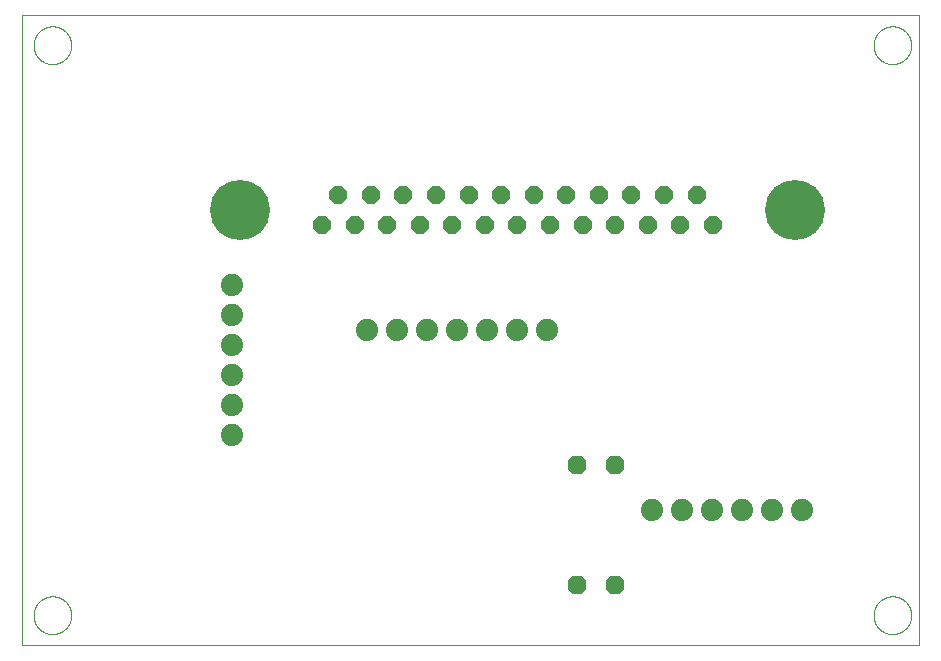
<source format=gtl>
G75*
%MOIN*%
%OFA0B0*%
%FSLAX25Y25*%
%IPPOS*%
%LPD*%
%AMOC8*
5,1,8,0,0,1.08239X$1,22.5*
%
%ADD10C,0.00000*%
%ADD11C,0.07400*%
%ADD12OC8,0.06000*%
%ADD13C,0.20000*%
%ADD14OC8,0.06300*%
D10*
X0001000Y0001000D02*
X0001000Y0210961D01*
X0299701Y0210961D01*
X0299701Y0001000D01*
X0001000Y0001000D01*
X0004701Y0011000D02*
X0004703Y0011158D01*
X0004709Y0011316D01*
X0004719Y0011474D01*
X0004733Y0011632D01*
X0004751Y0011789D01*
X0004772Y0011946D01*
X0004798Y0012102D01*
X0004828Y0012258D01*
X0004861Y0012413D01*
X0004899Y0012566D01*
X0004940Y0012719D01*
X0004985Y0012871D01*
X0005034Y0013022D01*
X0005087Y0013171D01*
X0005143Y0013319D01*
X0005203Y0013465D01*
X0005267Y0013610D01*
X0005335Y0013753D01*
X0005406Y0013895D01*
X0005480Y0014035D01*
X0005558Y0014172D01*
X0005640Y0014308D01*
X0005724Y0014442D01*
X0005813Y0014573D01*
X0005904Y0014702D01*
X0005999Y0014829D01*
X0006096Y0014954D01*
X0006197Y0015076D01*
X0006301Y0015195D01*
X0006408Y0015312D01*
X0006518Y0015426D01*
X0006631Y0015537D01*
X0006746Y0015646D01*
X0006864Y0015751D01*
X0006985Y0015853D01*
X0007108Y0015953D01*
X0007234Y0016049D01*
X0007362Y0016142D01*
X0007492Y0016232D01*
X0007625Y0016318D01*
X0007760Y0016402D01*
X0007896Y0016481D01*
X0008035Y0016558D01*
X0008176Y0016630D01*
X0008318Y0016700D01*
X0008462Y0016765D01*
X0008608Y0016827D01*
X0008755Y0016885D01*
X0008904Y0016940D01*
X0009054Y0016991D01*
X0009205Y0017038D01*
X0009357Y0017081D01*
X0009510Y0017120D01*
X0009665Y0017156D01*
X0009820Y0017187D01*
X0009976Y0017215D01*
X0010132Y0017239D01*
X0010289Y0017259D01*
X0010447Y0017275D01*
X0010604Y0017287D01*
X0010763Y0017295D01*
X0010921Y0017299D01*
X0011079Y0017299D01*
X0011237Y0017295D01*
X0011396Y0017287D01*
X0011553Y0017275D01*
X0011711Y0017259D01*
X0011868Y0017239D01*
X0012024Y0017215D01*
X0012180Y0017187D01*
X0012335Y0017156D01*
X0012490Y0017120D01*
X0012643Y0017081D01*
X0012795Y0017038D01*
X0012946Y0016991D01*
X0013096Y0016940D01*
X0013245Y0016885D01*
X0013392Y0016827D01*
X0013538Y0016765D01*
X0013682Y0016700D01*
X0013824Y0016630D01*
X0013965Y0016558D01*
X0014104Y0016481D01*
X0014240Y0016402D01*
X0014375Y0016318D01*
X0014508Y0016232D01*
X0014638Y0016142D01*
X0014766Y0016049D01*
X0014892Y0015953D01*
X0015015Y0015853D01*
X0015136Y0015751D01*
X0015254Y0015646D01*
X0015369Y0015537D01*
X0015482Y0015426D01*
X0015592Y0015312D01*
X0015699Y0015195D01*
X0015803Y0015076D01*
X0015904Y0014954D01*
X0016001Y0014829D01*
X0016096Y0014702D01*
X0016187Y0014573D01*
X0016276Y0014442D01*
X0016360Y0014308D01*
X0016442Y0014172D01*
X0016520Y0014035D01*
X0016594Y0013895D01*
X0016665Y0013753D01*
X0016733Y0013610D01*
X0016797Y0013465D01*
X0016857Y0013319D01*
X0016913Y0013171D01*
X0016966Y0013022D01*
X0017015Y0012871D01*
X0017060Y0012719D01*
X0017101Y0012566D01*
X0017139Y0012413D01*
X0017172Y0012258D01*
X0017202Y0012102D01*
X0017228Y0011946D01*
X0017249Y0011789D01*
X0017267Y0011632D01*
X0017281Y0011474D01*
X0017291Y0011316D01*
X0017297Y0011158D01*
X0017299Y0011000D01*
X0017297Y0010842D01*
X0017291Y0010684D01*
X0017281Y0010526D01*
X0017267Y0010368D01*
X0017249Y0010211D01*
X0017228Y0010054D01*
X0017202Y0009898D01*
X0017172Y0009742D01*
X0017139Y0009587D01*
X0017101Y0009434D01*
X0017060Y0009281D01*
X0017015Y0009129D01*
X0016966Y0008978D01*
X0016913Y0008829D01*
X0016857Y0008681D01*
X0016797Y0008535D01*
X0016733Y0008390D01*
X0016665Y0008247D01*
X0016594Y0008105D01*
X0016520Y0007965D01*
X0016442Y0007828D01*
X0016360Y0007692D01*
X0016276Y0007558D01*
X0016187Y0007427D01*
X0016096Y0007298D01*
X0016001Y0007171D01*
X0015904Y0007046D01*
X0015803Y0006924D01*
X0015699Y0006805D01*
X0015592Y0006688D01*
X0015482Y0006574D01*
X0015369Y0006463D01*
X0015254Y0006354D01*
X0015136Y0006249D01*
X0015015Y0006147D01*
X0014892Y0006047D01*
X0014766Y0005951D01*
X0014638Y0005858D01*
X0014508Y0005768D01*
X0014375Y0005682D01*
X0014240Y0005598D01*
X0014104Y0005519D01*
X0013965Y0005442D01*
X0013824Y0005370D01*
X0013682Y0005300D01*
X0013538Y0005235D01*
X0013392Y0005173D01*
X0013245Y0005115D01*
X0013096Y0005060D01*
X0012946Y0005009D01*
X0012795Y0004962D01*
X0012643Y0004919D01*
X0012490Y0004880D01*
X0012335Y0004844D01*
X0012180Y0004813D01*
X0012024Y0004785D01*
X0011868Y0004761D01*
X0011711Y0004741D01*
X0011553Y0004725D01*
X0011396Y0004713D01*
X0011237Y0004705D01*
X0011079Y0004701D01*
X0010921Y0004701D01*
X0010763Y0004705D01*
X0010604Y0004713D01*
X0010447Y0004725D01*
X0010289Y0004741D01*
X0010132Y0004761D01*
X0009976Y0004785D01*
X0009820Y0004813D01*
X0009665Y0004844D01*
X0009510Y0004880D01*
X0009357Y0004919D01*
X0009205Y0004962D01*
X0009054Y0005009D01*
X0008904Y0005060D01*
X0008755Y0005115D01*
X0008608Y0005173D01*
X0008462Y0005235D01*
X0008318Y0005300D01*
X0008176Y0005370D01*
X0008035Y0005442D01*
X0007896Y0005519D01*
X0007760Y0005598D01*
X0007625Y0005682D01*
X0007492Y0005768D01*
X0007362Y0005858D01*
X0007234Y0005951D01*
X0007108Y0006047D01*
X0006985Y0006147D01*
X0006864Y0006249D01*
X0006746Y0006354D01*
X0006631Y0006463D01*
X0006518Y0006574D01*
X0006408Y0006688D01*
X0006301Y0006805D01*
X0006197Y0006924D01*
X0006096Y0007046D01*
X0005999Y0007171D01*
X0005904Y0007298D01*
X0005813Y0007427D01*
X0005724Y0007558D01*
X0005640Y0007692D01*
X0005558Y0007828D01*
X0005480Y0007965D01*
X0005406Y0008105D01*
X0005335Y0008247D01*
X0005267Y0008390D01*
X0005203Y0008535D01*
X0005143Y0008681D01*
X0005087Y0008829D01*
X0005034Y0008978D01*
X0004985Y0009129D01*
X0004940Y0009281D01*
X0004899Y0009434D01*
X0004861Y0009587D01*
X0004828Y0009742D01*
X0004798Y0009898D01*
X0004772Y0010054D01*
X0004751Y0010211D01*
X0004733Y0010368D01*
X0004719Y0010526D01*
X0004709Y0010684D01*
X0004703Y0010842D01*
X0004701Y0011000D01*
X0004701Y0201000D02*
X0004703Y0201158D01*
X0004709Y0201316D01*
X0004719Y0201474D01*
X0004733Y0201632D01*
X0004751Y0201789D01*
X0004772Y0201946D01*
X0004798Y0202102D01*
X0004828Y0202258D01*
X0004861Y0202413D01*
X0004899Y0202566D01*
X0004940Y0202719D01*
X0004985Y0202871D01*
X0005034Y0203022D01*
X0005087Y0203171D01*
X0005143Y0203319D01*
X0005203Y0203465D01*
X0005267Y0203610D01*
X0005335Y0203753D01*
X0005406Y0203895D01*
X0005480Y0204035D01*
X0005558Y0204172D01*
X0005640Y0204308D01*
X0005724Y0204442D01*
X0005813Y0204573D01*
X0005904Y0204702D01*
X0005999Y0204829D01*
X0006096Y0204954D01*
X0006197Y0205076D01*
X0006301Y0205195D01*
X0006408Y0205312D01*
X0006518Y0205426D01*
X0006631Y0205537D01*
X0006746Y0205646D01*
X0006864Y0205751D01*
X0006985Y0205853D01*
X0007108Y0205953D01*
X0007234Y0206049D01*
X0007362Y0206142D01*
X0007492Y0206232D01*
X0007625Y0206318D01*
X0007760Y0206402D01*
X0007896Y0206481D01*
X0008035Y0206558D01*
X0008176Y0206630D01*
X0008318Y0206700D01*
X0008462Y0206765D01*
X0008608Y0206827D01*
X0008755Y0206885D01*
X0008904Y0206940D01*
X0009054Y0206991D01*
X0009205Y0207038D01*
X0009357Y0207081D01*
X0009510Y0207120D01*
X0009665Y0207156D01*
X0009820Y0207187D01*
X0009976Y0207215D01*
X0010132Y0207239D01*
X0010289Y0207259D01*
X0010447Y0207275D01*
X0010604Y0207287D01*
X0010763Y0207295D01*
X0010921Y0207299D01*
X0011079Y0207299D01*
X0011237Y0207295D01*
X0011396Y0207287D01*
X0011553Y0207275D01*
X0011711Y0207259D01*
X0011868Y0207239D01*
X0012024Y0207215D01*
X0012180Y0207187D01*
X0012335Y0207156D01*
X0012490Y0207120D01*
X0012643Y0207081D01*
X0012795Y0207038D01*
X0012946Y0206991D01*
X0013096Y0206940D01*
X0013245Y0206885D01*
X0013392Y0206827D01*
X0013538Y0206765D01*
X0013682Y0206700D01*
X0013824Y0206630D01*
X0013965Y0206558D01*
X0014104Y0206481D01*
X0014240Y0206402D01*
X0014375Y0206318D01*
X0014508Y0206232D01*
X0014638Y0206142D01*
X0014766Y0206049D01*
X0014892Y0205953D01*
X0015015Y0205853D01*
X0015136Y0205751D01*
X0015254Y0205646D01*
X0015369Y0205537D01*
X0015482Y0205426D01*
X0015592Y0205312D01*
X0015699Y0205195D01*
X0015803Y0205076D01*
X0015904Y0204954D01*
X0016001Y0204829D01*
X0016096Y0204702D01*
X0016187Y0204573D01*
X0016276Y0204442D01*
X0016360Y0204308D01*
X0016442Y0204172D01*
X0016520Y0204035D01*
X0016594Y0203895D01*
X0016665Y0203753D01*
X0016733Y0203610D01*
X0016797Y0203465D01*
X0016857Y0203319D01*
X0016913Y0203171D01*
X0016966Y0203022D01*
X0017015Y0202871D01*
X0017060Y0202719D01*
X0017101Y0202566D01*
X0017139Y0202413D01*
X0017172Y0202258D01*
X0017202Y0202102D01*
X0017228Y0201946D01*
X0017249Y0201789D01*
X0017267Y0201632D01*
X0017281Y0201474D01*
X0017291Y0201316D01*
X0017297Y0201158D01*
X0017299Y0201000D01*
X0017297Y0200842D01*
X0017291Y0200684D01*
X0017281Y0200526D01*
X0017267Y0200368D01*
X0017249Y0200211D01*
X0017228Y0200054D01*
X0017202Y0199898D01*
X0017172Y0199742D01*
X0017139Y0199587D01*
X0017101Y0199434D01*
X0017060Y0199281D01*
X0017015Y0199129D01*
X0016966Y0198978D01*
X0016913Y0198829D01*
X0016857Y0198681D01*
X0016797Y0198535D01*
X0016733Y0198390D01*
X0016665Y0198247D01*
X0016594Y0198105D01*
X0016520Y0197965D01*
X0016442Y0197828D01*
X0016360Y0197692D01*
X0016276Y0197558D01*
X0016187Y0197427D01*
X0016096Y0197298D01*
X0016001Y0197171D01*
X0015904Y0197046D01*
X0015803Y0196924D01*
X0015699Y0196805D01*
X0015592Y0196688D01*
X0015482Y0196574D01*
X0015369Y0196463D01*
X0015254Y0196354D01*
X0015136Y0196249D01*
X0015015Y0196147D01*
X0014892Y0196047D01*
X0014766Y0195951D01*
X0014638Y0195858D01*
X0014508Y0195768D01*
X0014375Y0195682D01*
X0014240Y0195598D01*
X0014104Y0195519D01*
X0013965Y0195442D01*
X0013824Y0195370D01*
X0013682Y0195300D01*
X0013538Y0195235D01*
X0013392Y0195173D01*
X0013245Y0195115D01*
X0013096Y0195060D01*
X0012946Y0195009D01*
X0012795Y0194962D01*
X0012643Y0194919D01*
X0012490Y0194880D01*
X0012335Y0194844D01*
X0012180Y0194813D01*
X0012024Y0194785D01*
X0011868Y0194761D01*
X0011711Y0194741D01*
X0011553Y0194725D01*
X0011396Y0194713D01*
X0011237Y0194705D01*
X0011079Y0194701D01*
X0010921Y0194701D01*
X0010763Y0194705D01*
X0010604Y0194713D01*
X0010447Y0194725D01*
X0010289Y0194741D01*
X0010132Y0194761D01*
X0009976Y0194785D01*
X0009820Y0194813D01*
X0009665Y0194844D01*
X0009510Y0194880D01*
X0009357Y0194919D01*
X0009205Y0194962D01*
X0009054Y0195009D01*
X0008904Y0195060D01*
X0008755Y0195115D01*
X0008608Y0195173D01*
X0008462Y0195235D01*
X0008318Y0195300D01*
X0008176Y0195370D01*
X0008035Y0195442D01*
X0007896Y0195519D01*
X0007760Y0195598D01*
X0007625Y0195682D01*
X0007492Y0195768D01*
X0007362Y0195858D01*
X0007234Y0195951D01*
X0007108Y0196047D01*
X0006985Y0196147D01*
X0006864Y0196249D01*
X0006746Y0196354D01*
X0006631Y0196463D01*
X0006518Y0196574D01*
X0006408Y0196688D01*
X0006301Y0196805D01*
X0006197Y0196924D01*
X0006096Y0197046D01*
X0005999Y0197171D01*
X0005904Y0197298D01*
X0005813Y0197427D01*
X0005724Y0197558D01*
X0005640Y0197692D01*
X0005558Y0197828D01*
X0005480Y0197965D01*
X0005406Y0198105D01*
X0005335Y0198247D01*
X0005267Y0198390D01*
X0005203Y0198535D01*
X0005143Y0198681D01*
X0005087Y0198829D01*
X0005034Y0198978D01*
X0004985Y0199129D01*
X0004940Y0199281D01*
X0004899Y0199434D01*
X0004861Y0199587D01*
X0004828Y0199742D01*
X0004798Y0199898D01*
X0004772Y0200054D01*
X0004751Y0200211D01*
X0004733Y0200368D01*
X0004719Y0200526D01*
X0004709Y0200684D01*
X0004703Y0200842D01*
X0004701Y0201000D01*
X0284701Y0201000D02*
X0284703Y0201158D01*
X0284709Y0201316D01*
X0284719Y0201474D01*
X0284733Y0201632D01*
X0284751Y0201789D01*
X0284772Y0201946D01*
X0284798Y0202102D01*
X0284828Y0202258D01*
X0284861Y0202413D01*
X0284899Y0202566D01*
X0284940Y0202719D01*
X0284985Y0202871D01*
X0285034Y0203022D01*
X0285087Y0203171D01*
X0285143Y0203319D01*
X0285203Y0203465D01*
X0285267Y0203610D01*
X0285335Y0203753D01*
X0285406Y0203895D01*
X0285480Y0204035D01*
X0285558Y0204172D01*
X0285640Y0204308D01*
X0285724Y0204442D01*
X0285813Y0204573D01*
X0285904Y0204702D01*
X0285999Y0204829D01*
X0286096Y0204954D01*
X0286197Y0205076D01*
X0286301Y0205195D01*
X0286408Y0205312D01*
X0286518Y0205426D01*
X0286631Y0205537D01*
X0286746Y0205646D01*
X0286864Y0205751D01*
X0286985Y0205853D01*
X0287108Y0205953D01*
X0287234Y0206049D01*
X0287362Y0206142D01*
X0287492Y0206232D01*
X0287625Y0206318D01*
X0287760Y0206402D01*
X0287896Y0206481D01*
X0288035Y0206558D01*
X0288176Y0206630D01*
X0288318Y0206700D01*
X0288462Y0206765D01*
X0288608Y0206827D01*
X0288755Y0206885D01*
X0288904Y0206940D01*
X0289054Y0206991D01*
X0289205Y0207038D01*
X0289357Y0207081D01*
X0289510Y0207120D01*
X0289665Y0207156D01*
X0289820Y0207187D01*
X0289976Y0207215D01*
X0290132Y0207239D01*
X0290289Y0207259D01*
X0290447Y0207275D01*
X0290604Y0207287D01*
X0290763Y0207295D01*
X0290921Y0207299D01*
X0291079Y0207299D01*
X0291237Y0207295D01*
X0291396Y0207287D01*
X0291553Y0207275D01*
X0291711Y0207259D01*
X0291868Y0207239D01*
X0292024Y0207215D01*
X0292180Y0207187D01*
X0292335Y0207156D01*
X0292490Y0207120D01*
X0292643Y0207081D01*
X0292795Y0207038D01*
X0292946Y0206991D01*
X0293096Y0206940D01*
X0293245Y0206885D01*
X0293392Y0206827D01*
X0293538Y0206765D01*
X0293682Y0206700D01*
X0293824Y0206630D01*
X0293965Y0206558D01*
X0294104Y0206481D01*
X0294240Y0206402D01*
X0294375Y0206318D01*
X0294508Y0206232D01*
X0294638Y0206142D01*
X0294766Y0206049D01*
X0294892Y0205953D01*
X0295015Y0205853D01*
X0295136Y0205751D01*
X0295254Y0205646D01*
X0295369Y0205537D01*
X0295482Y0205426D01*
X0295592Y0205312D01*
X0295699Y0205195D01*
X0295803Y0205076D01*
X0295904Y0204954D01*
X0296001Y0204829D01*
X0296096Y0204702D01*
X0296187Y0204573D01*
X0296276Y0204442D01*
X0296360Y0204308D01*
X0296442Y0204172D01*
X0296520Y0204035D01*
X0296594Y0203895D01*
X0296665Y0203753D01*
X0296733Y0203610D01*
X0296797Y0203465D01*
X0296857Y0203319D01*
X0296913Y0203171D01*
X0296966Y0203022D01*
X0297015Y0202871D01*
X0297060Y0202719D01*
X0297101Y0202566D01*
X0297139Y0202413D01*
X0297172Y0202258D01*
X0297202Y0202102D01*
X0297228Y0201946D01*
X0297249Y0201789D01*
X0297267Y0201632D01*
X0297281Y0201474D01*
X0297291Y0201316D01*
X0297297Y0201158D01*
X0297299Y0201000D01*
X0297297Y0200842D01*
X0297291Y0200684D01*
X0297281Y0200526D01*
X0297267Y0200368D01*
X0297249Y0200211D01*
X0297228Y0200054D01*
X0297202Y0199898D01*
X0297172Y0199742D01*
X0297139Y0199587D01*
X0297101Y0199434D01*
X0297060Y0199281D01*
X0297015Y0199129D01*
X0296966Y0198978D01*
X0296913Y0198829D01*
X0296857Y0198681D01*
X0296797Y0198535D01*
X0296733Y0198390D01*
X0296665Y0198247D01*
X0296594Y0198105D01*
X0296520Y0197965D01*
X0296442Y0197828D01*
X0296360Y0197692D01*
X0296276Y0197558D01*
X0296187Y0197427D01*
X0296096Y0197298D01*
X0296001Y0197171D01*
X0295904Y0197046D01*
X0295803Y0196924D01*
X0295699Y0196805D01*
X0295592Y0196688D01*
X0295482Y0196574D01*
X0295369Y0196463D01*
X0295254Y0196354D01*
X0295136Y0196249D01*
X0295015Y0196147D01*
X0294892Y0196047D01*
X0294766Y0195951D01*
X0294638Y0195858D01*
X0294508Y0195768D01*
X0294375Y0195682D01*
X0294240Y0195598D01*
X0294104Y0195519D01*
X0293965Y0195442D01*
X0293824Y0195370D01*
X0293682Y0195300D01*
X0293538Y0195235D01*
X0293392Y0195173D01*
X0293245Y0195115D01*
X0293096Y0195060D01*
X0292946Y0195009D01*
X0292795Y0194962D01*
X0292643Y0194919D01*
X0292490Y0194880D01*
X0292335Y0194844D01*
X0292180Y0194813D01*
X0292024Y0194785D01*
X0291868Y0194761D01*
X0291711Y0194741D01*
X0291553Y0194725D01*
X0291396Y0194713D01*
X0291237Y0194705D01*
X0291079Y0194701D01*
X0290921Y0194701D01*
X0290763Y0194705D01*
X0290604Y0194713D01*
X0290447Y0194725D01*
X0290289Y0194741D01*
X0290132Y0194761D01*
X0289976Y0194785D01*
X0289820Y0194813D01*
X0289665Y0194844D01*
X0289510Y0194880D01*
X0289357Y0194919D01*
X0289205Y0194962D01*
X0289054Y0195009D01*
X0288904Y0195060D01*
X0288755Y0195115D01*
X0288608Y0195173D01*
X0288462Y0195235D01*
X0288318Y0195300D01*
X0288176Y0195370D01*
X0288035Y0195442D01*
X0287896Y0195519D01*
X0287760Y0195598D01*
X0287625Y0195682D01*
X0287492Y0195768D01*
X0287362Y0195858D01*
X0287234Y0195951D01*
X0287108Y0196047D01*
X0286985Y0196147D01*
X0286864Y0196249D01*
X0286746Y0196354D01*
X0286631Y0196463D01*
X0286518Y0196574D01*
X0286408Y0196688D01*
X0286301Y0196805D01*
X0286197Y0196924D01*
X0286096Y0197046D01*
X0285999Y0197171D01*
X0285904Y0197298D01*
X0285813Y0197427D01*
X0285724Y0197558D01*
X0285640Y0197692D01*
X0285558Y0197828D01*
X0285480Y0197965D01*
X0285406Y0198105D01*
X0285335Y0198247D01*
X0285267Y0198390D01*
X0285203Y0198535D01*
X0285143Y0198681D01*
X0285087Y0198829D01*
X0285034Y0198978D01*
X0284985Y0199129D01*
X0284940Y0199281D01*
X0284899Y0199434D01*
X0284861Y0199587D01*
X0284828Y0199742D01*
X0284798Y0199898D01*
X0284772Y0200054D01*
X0284751Y0200211D01*
X0284733Y0200368D01*
X0284719Y0200526D01*
X0284709Y0200684D01*
X0284703Y0200842D01*
X0284701Y0201000D01*
X0284701Y0011000D02*
X0284703Y0011158D01*
X0284709Y0011316D01*
X0284719Y0011474D01*
X0284733Y0011632D01*
X0284751Y0011789D01*
X0284772Y0011946D01*
X0284798Y0012102D01*
X0284828Y0012258D01*
X0284861Y0012413D01*
X0284899Y0012566D01*
X0284940Y0012719D01*
X0284985Y0012871D01*
X0285034Y0013022D01*
X0285087Y0013171D01*
X0285143Y0013319D01*
X0285203Y0013465D01*
X0285267Y0013610D01*
X0285335Y0013753D01*
X0285406Y0013895D01*
X0285480Y0014035D01*
X0285558Y0014172D01*
X0285640Y0014308D01*
X0285724Y0014442D01*
X0285813Y0014573D01*
X0285904Y0014702D01*
X0285999Y0014829D01*
X0286096Y0014954D01*
X0286197Y0015076D01*
X0286301Y0015195D01*
X0286408Y0015312D01*
X0286518Y0015426D01*
X0286631Y0015537D01*
X0286746Y0015646D01*
X0286864Y0015751D01*
X0286985Y0015853D01*
X0287108Y0015953D01*
X0287234Y0016049D01*
X0287362Y0016142D01*
X0287492Y0016232D01*
X0287625Y0016318D01*
X0287760Y0016402D01*
X0287896Y0016481D01*
X0288035Y0016558D01*
X0288176Y0016630D01*
X0288318Y0016700D01*
X0288462Y0016765D01*
X0288608Y0016827D01*
X0288755Y0016885D01*
X0288904Y0016940D01*
X0289054Y0016991D01*
X0289205Y0017038D01*
X0289357Y0017081D01*
X0289510Y0017120D01*
X0289665Y0017156D01*
X0289820Y0017187D01*
X0289976Y0017215D01*
X0290132Y0017239D01*
X0290289Y0017259D01*
X0290447Y0017275D01*
X0290604Y0017287D01*
X0290763Y0017295D01*
X0290921Y0017299D01*
X0291079Y0017299D01*
X0291237Y0017295D01*
X0291396Y0017287D01*
X0291553Y0017275D01*
X0291711Y0017259D01*
X0291868Y0017239D01*
X0292024Y0017215D01*
X0292180Y0017187D01*
X0292335Y0017156D01*
X0292490Y0017120D01*
X0292643Y0017081D01*
X0292795Y0017038D01*
X0292946Y0016991D01*
X0293096Y0016940D01*
X0293245Y0016885D01*
X0293392Y0016827D01*
X0293538Y0016765D01*
X0293682Y0016700D01*
X0293824Y0016630D01*
X0293965Y0016558D01*
X0294104Y0016481D01*
X0294240Y0016402D01*
X0294375Y0016318D01*
X0294508Y0016232D01*
X0294638Y0016142D01*
X0294766Y0016049D01*
X0294892Y0015953D01*
X0295015Y0015853D01*
X0295136Y0015751D01*
X0295254Y0015646D01*
X0295369Y0015537D01*
X0295482Y0015426D01*
X0295592Y0015312D01*
X0295699Y0015195D01*
X0295803Y0015076D01*
X0295904Y0014954D01*
X0296001Y0014829D01*
X0296096Y0014702D01*
X0296187Y0014573D01*
X0296276Y0014442D01*
X0296360Y0014308D01*
X0296442Y0014172D01*
X0296520Y0014035D01*
X0296594Y0013895D01*
X0296665Y0013753D01*
X0296733Y0013610D01*
X0296797Y0013465D01*
X0296857Y0013319D01*
X0296913Y0013171D01*
X0296966Y0013022D01*
X0297015Y0012871D01*
X0297060Y0012719D01*
X0297101Y0012566D01*
X0297139Y0012413D01*
X0297172Y0012258D01*
X0297202Y0012102D01*
X0297228Y0011946D01*
X0297249Y0011789D01*
X0297267Y0011632D01*
X0297281Y0011474D01*
X0297291Y0011316D01*
X0297297Y0011158D01*
X0297299Y0011000D01*
X0297297Y0010842D01*
X0297291Y0010684D01*
X0297281Y0010526D01*
X0297267Y0010368D01*
X0297249Y0010211D01*
X0297228Y0010054D01*
X0297202Y0009898D01*
X0297172Y0009742D01*
X0297139Y0009587D01*
X0297101Y0009434D01*
X0297060Y0009281D01*
X0297015Y0009129D01*
X0296966Y0008978D01*
X0296913Y0008829D01*
X0296857Y0008681D01*
X0296797Y0008535D01*
X0296733Y0008390D01*
X0296665Y0008247D01*
X0296594Y0008105D01*
X0296520Y0007965D01*
X0296442Y0007828D01*
X0296360Y0007692D01*
X0296276Y0007558D01*
X0296187Y0007427D01*
X0296096Y0007298D01*
X0296001Y0007171D01*
X0295904Y0007046D01*
X0295803Y0006924D01*
X0295699Y0006805D01*
X0295592Y0006688D01*
X0295482Y0006574D01*
X0295369Y0006463D01*
X0295254Y0006354D01*
X0295136Y0006249D01*
X0295015Y0006147D01*
X0294892Y0006047D01*
X0294766Y0005951D01*
X0294638Y0005858D01*
X0294508Y0005768D01*
X0294375Y0005682D01*
X0294240Y0005598D01*
X0294104Y0005519D01*
X0293965Y0005442D01*
X0293824Y0005370D01*
X0293682Y0005300D01*
X0293538Y0005235D01*
X0293392Y0005173D01*
X0293245Y0005115D01*
X0293096Y0005060D01*
X0292946Y0005009D01*
X0292795Y0004962D01*
X0292643Y0004919D01*
X0292490Y0004880D01*
X0292335Y0004844D01*
X0292180Y0004813D01*
X0292024Y0004785D01*
X0291868Y0004761D01*
X0291711Y0004741D01*
X0291553Y0004725D01*
X0291396Y0004713D01*
X0291237Y0004705D01*
X0291079Y0004701D01*
X0290921Y0004701D01*
X0290763Y0004705D01*
X0290604Y0004713D01*
X0290447Y0004725D01*
X0290289Y0004741D01*
X0290132Y0004761D01*
X0289976Y0004785D01*
X0289820Y0004813D01*
X0289665Y0004844D01*
X0289510Y0004880D01*
X0289357Y0004919D01*
X0289205Y0004962D01*
X0289054Y0005009D01*
X0288904Y0005060D01*
X0288755Y0005115D01*
X0288608Y0005173D01*
X0288462Y0005235D01*
X0288318Y0005300D01*
X0288176Y0005370D01*
X0288035Y0005442D01*
X0287896Y0005519D01*
X0287760Y0005598D01*
X0287625Y0005682D01*
X0287492Y0005768D01*
X0287362Y0005858D01*
X0287234Y0005951D01*
X0287108Y0006047D01*
X0286985Y0006147D01*
X0286864Y0006249D01*
X0286746Y0006354D01*
X0286631Y0006463D01*
X0286518Y0006574D01*
X0286408Y0006688D01*
X0286301Y0006805D01*
X0286197Y0006924D01*
X0286096Y0007046D01*
X0285999Y0007171D01*
X0285904Y0007298D01*
X0285813Y0007427D01*
X0285724Y0007558D01*
X0285640Y0007692D01*
X0285558Y0007828D01*
X0285480Y0007965D01*
X0285406Y0008105D01*
X0285335Y0008247D01*
X0285267Y0008390D01*
X0285203Y0008535D01*
X0285143Y0008681D01*
X0285087Y0008829D01*
X0285034Y0008978D01*
X0284985Y0009129D01*
X0284940Y0009281D01*
X0284899Y0009434D01*
X0284861Y0009587D01*
X0284828Y0009742D01*
X0284798Y0009898D01*
X0284772Y0010054D01*
X0284751Y0010211D01*
X0284733Y0010368D01*
X0284719Y0010526D01*
X0284709Y0010684D01*
X0284703Y0010842D01*
X0284701Y0011000D01*
D11*
X0261000Y0046000D03*
X0251000Y0046000D03*
X0241000Y0046000D03*
X0231000Y0046000D03*
X0221000Y0046000D03*
X0211000Y0046000D03*
X0176000Y0106000D03*
X0166000Y0106000D03*
X0156000Y0106000D03*
X0146000Y0106000D03*
X0136000Y0106000D03*
X0126000Y0106000D03*
X0116000Y0106000D03*
X0071000Y0101000D03*
X0071000Y0111000D03*
X0071000Y0121000D03*
X0071000Y0091000D03*
X0071000Y0081000D03*
X0071000Y0071000D03*
D12*
X0100800Y0141000D03*
X0111700Y0141000D03*
X0122500Y0141000D03*
X0133400Y0141000D03*
X0144300Y0141000D03*
X0155100Y0141000D03*
X0166000Y0141000D03*
X0176900Y0141000D03*
X0187700Y0141000D03*
X0198600Y0141000D03*
X0209500Y0141000D03*
X0220300Y0141000D03*
X0231200Y0141000D03*
X0225800Y0151000D03*
X0214900Y0151000D03*
X0204000Y0151000D03*
X0193200Y0151000D03*
X0182300Y0151000D03*
X0171400Y0151000D03*
X0160600Y0151000D03*
X0149700Y0151000D03*
X0138800Y0151000D03*
X0128000Y0151000D03*
X0117100Y0151000D03*
X0106200Y0151000D03*
D13*
X0073400Y0146000D03*
X0258600Y0146000D03*
D14*
X0198500Y0061000D03*
X0186000Y0061000D03*
X0186000Y0021000D03*
X0198500Y0021000D03*
M02*

</source>
